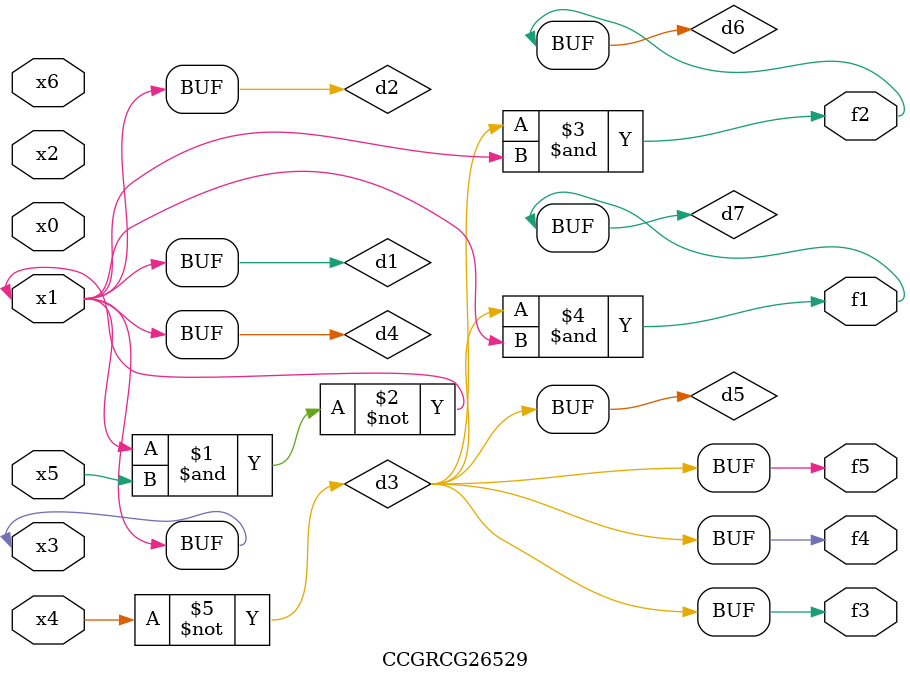
<source format=v>
module CCGRCG26529(
	input x0, x1, x2, x3, x4, x5, x6,
	output f1, f2, f3, f4, f5
);

	wire d1, d2, d3, d4, d5, d6, d7;

	buf (d1, x1, x3);
	nand (d2, x1, x5);
	not (d3, x4);
	buf (d4, d1, d2);
	buf (d5, d3);
	and (d6, d3, d4);
	and (d7, d3, d4);
	assign f1 = d7;
	assign f2 = d6;
	assign f3 = d5;
	assign f4 = d5;
	assign f5 = d5;
endmodule

</source>
